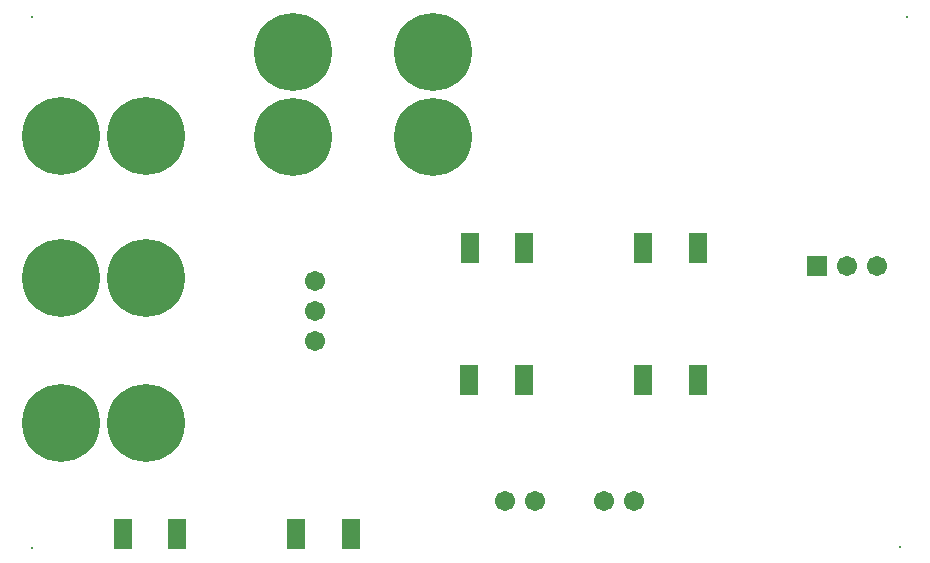
<source format=gbs>
G04*
G04 #@! TF.GenerationSoftware,Altium Limited,Altium Designer,20.0.12 (288)*
G04*
G04 Layer_Color=16711935*
%FSLAX25Y25*%
%MOIN*%
G70*
G01*
G75*
%ADD25R,0.06706X0.06706*%
%ADD26C,0.06706*%
%ADD27C,0.25997*%
%ADD28R,0.06312X0.10249*%
%ADD29C,0.00800*%
D25*
X277697Y109744D02*
D03*
D26*
X287697D02*
D03*
X297697D02*
D03*
X110236Y84882D02*
D03*
Y94882D02*
D03*
Y104882D02*
D03*
X206693Y31594D02*
D03*
X216535D02*
D03*
X173622Y31398D02*
D03*
X183465D02*
D03*
D27*
X149606Y152756D02*
D03*
Y181102D02*
D03*
X102756Y152756D02*
D03*
Y181102D02*
D03*
X53937Y105905D02*
D03*
X25591D02*
D03*
X53937Y57480D02*
D03*
X25591D02*
D03*
X53937Y153150D02*
D03*
X25591D02*
D03*
D28*
X219685Y71752D02*
D03*
X237795Y71732D02*
D03*
X179921Y71752D02*
D03*
X161614Y71732D02*
D03*
X179823Y115847D02*
D03*
X161713Y115866D02*
D03*
X219587Y115847D02*
D03*
X237894Y115866D02*
D03*
X64173Y20472D02*
D03*
X46063Y20492D02*
D03*
X103937Y20472D02*
D03*
X122244Y20492D02*
D03*
D29*
X15748Y192913D02*
D03*
Y15748D02*
D03*
X305118Y16142D02*
D03*
X307480Y192913D02*
D03*
M02*

</source>
